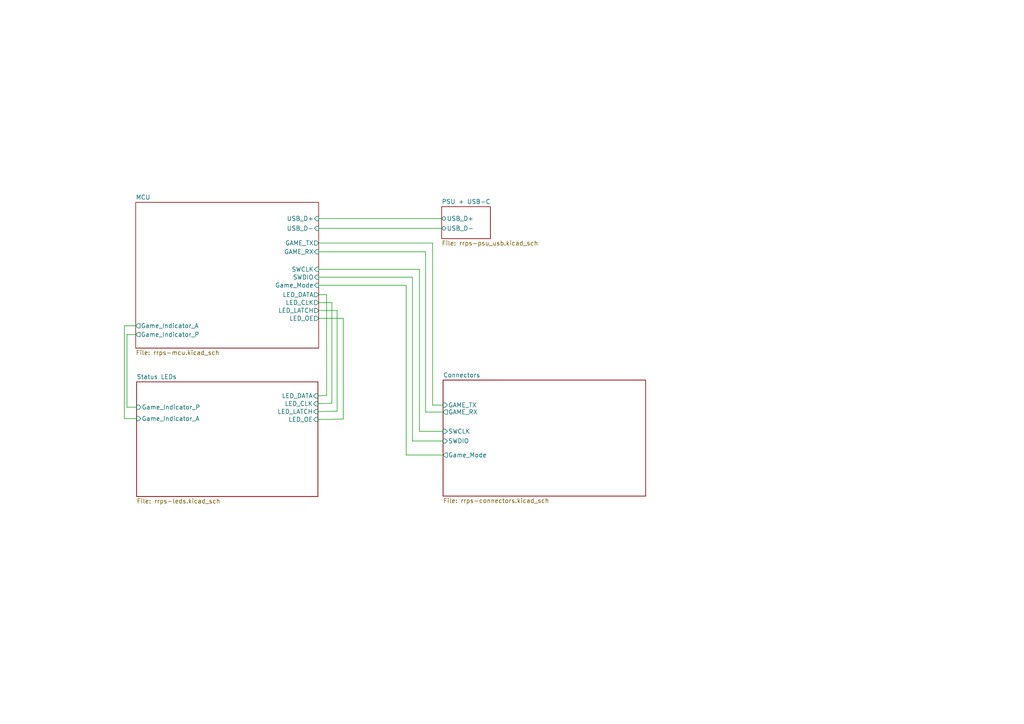
<source format=kicad_sch>
(kicad_sch (version 20211123) (generator eeschema)
  (paper "A4")
  (title_block (title "Robot Roshshambo Badge") (date "2023-09-13") (rev "1.0") (comment 1 "Blame Ada (lacecard) for the hardware :)"))
  (lib_symbols)
  (wire (pts (xy 92.4466 70.495) (xy 125.4666 70.495)))
  (wire (pts (xy 123.4346 73.035) (xy 92.4466 73.035)))
  (wire (pts (xy 99.5586 92.339) (xy 99.5586 121.549)))
  (wire (pts (xy 128.5146 131.9789) (xy 117.8196 131.9789)))
  (wire (pts (xy 39.624 118.11) (xy 36.83 118.11)))
  (wire (pts (xy 92.4466 87.767) (xy 96.2566 87.767)))
  (wire (pts (xy 97.7806 90.053) (xy 92.4466 90.053)))
  (wire (pts (xy 36.068 121.412) (xy 36.068 94.488)))
  (wire (pts (xy 125.4666 117.485) (xy 128.5146 117.485)))
  (wire (pts (xy 117.8196 82.743) (xy 92.4466 82.743)))
  (wire (pts (xy 119.6246 80.401) (xy 92.4466 80.401)))
  (wire (pts (xy 117.8196 131.9789) (xy 117.8196 82.743)))
  (wire (pts (xy 96.2566 87.767) (xy 96.2566 116.977)))
  (wire (pts (xy 128.5146 119.517) (xy 123.4346 119.517)))
  (wire (pts (xy 123.4346 119.517) (xy 123.4346 73.035)))
  (wire (pts (xy 36.068 94.488) (xy 39.37 94.488)))
  (wire (pts (xy 128.5146 127.899) (xy 119.6246 127.899)))
  (wire (pts (xy 99.5586 121.549) (xy 92.202 121.666)))
  (wire (pts (xy 92.202 114.808) (xy 94.7326 114.691)))
  (wire (pts (xy 92.202 119.38) (xy 97.7806 119.263)))
  (wire (pts (xy 97.7806 119.263) (xy 97.7806 90.053)))
  (wire (pts (xy 92.4466 92.339) (xy 99.5586 92.339)))
  (wire (pts (xy 119.6246 127.899) (xy 119.6246 80.401)))
  (wire (pts (xy 121.6566 125.105) (xy 128.5146 125.105)))
  (wire (pts (xy 94.7326 114.691) (xy 94.7326 85.481)))
  (wire (pts (xy 125.4666 70.495) (xy 125.4666 117.485)))
  (wire (pts (xy 121.6566 78.115) (xy 121.6566 125.105)))
  (wire (pts (xy 36.83 118.11) (xy 36.83 97.028)))
  (wire (pts (xy 94.7326 85.481) (xy 92.4466 85.481)))
  (wire (pts (xy 92.4466 63.3911) (xy 128.114 63.3911)))
  (wire (pts (xy 36.83 97.028) (xy 39.37 97.028)))
  (wire (pts (xy 96.2566 116.977) (xy 92.202 117.094)))
  (wire (pts (xy 39.624 121.412) (xy 36.068 121.412)))
  (wire (pts (xy 92.4466 66.2327) (xy 128.114 66.2327)))
  (wire (pts (xy 92.4466 78.115) (xy 121.6566 78.115)))
  (sheet (at 39.624 110.744) (size 52.578 33.274) (stroke (width 0.1524))
    (property "Sheet name" "Status LEDs" (at 39.624 110.0324 0) (effects (justify left bottom)))
    (property "Sheet file" "rrps-leds.kicad_sch" (at 39.624 144.6026 0) (effects (justify left top)))
    (pin "LED_DATA" input (at 92.202 114.808 0))
    (pin "LED_OE" input (at 92.202 121.666 0))
    (pin "LED_CLK" input (at 92.202 117.094 0))
    (pin "LED_LATCH" input (at 92.202 119.38 0))
    (pin "Game_Indicator_A" input (at 39.624 121.412 180))
    (pin "Game_Indicator_P" input (at 39.624 118.11 180))
  )
  (sheet (at 128.5146 110.2463) (size 58.7594 33.6547) (stroke (width 0.1524))
    (property "Sheet name" "Connectors" (at 128.5146 109.5347 0) (effects (justify left bottom)))
    (property "Sheet file" "rrps-connectors.kicad_sch" (at 128.5146 144.4856 0) (effects (justify left top)))
    (pin "SWCLK" input (at 128.5146 125.105 180))
    (pin "SWDIO" input (at 128.5146 127.899 180))
    (pin "GAME_TX" input (at 128.5146 117.485 180))
    (pin "GAME_RX" output (at 128.5146 119.517 180))
    (pin "Game_Mode" output (at 128.5146 131.9789 180))
  )
  (sheet (at 128.114 59.9528) (size 14.1166 9.2722) (stroke (width 0.1524))
    (property "Sheet name" "PSU + USB-C" (at 128.114 59.2412 0) (effects (justify left bottom)))
    (property "Sheet file" "rrps-psu_usb.kicad_sch" (at 128.114 69.8096 0) (effects (justify left top)))
    (pin "USB_D+" bidirectional (at 128.114 63.3911 180))
    (pin "USB_D-" bidirectional (at 128.114 66.2327 180))
  )
  (sheet (at 39.37 58.674) (size 53.0766 42.301) (stroke (width 0.1524))
    (property "Sheet name" "MCU" (at 39.37 57.9624 0) (effects (justify left bottom)))
    (property "Sheet file" "rrps-mcu.kicad_sch" (at 39.37 101.5596 0) (effects (justify left top)))
    (pin "SWCLK" input (at 92.4466 78.115 0))
    (pin "SWDIO" input (at 92.4466 80.401 0))
    (pin "USB_D-" input (at 92.4466 66.2327 0))
    (pin "USB_D+" input (at 92.4466 63.3911 0))
    (pin "GAME_TX" output (at 92.4466 70.495 0))
    (pin "GAME_RX" input (at 92.4466 73.035 0))
    (pin "LED_DATA" output (at 92.4466 85.481 0))
    (pin "LED_CLK" output (at 92.4466 87.767 0))
    (pin "LED_LATCH" output (at 92.4466 90.053 0))
    (pin "LED_OE" output (at 92.4466 92.339 0))
    (pin "Game_Mode" input (at 92.4466 82.743 0))
    (pin "Game_Indicator_P" output (at 39.37 97.028 180))
    (pin "Game_Indicator_A" output (at 39.37 94.488 180))
  )
)
</source>
